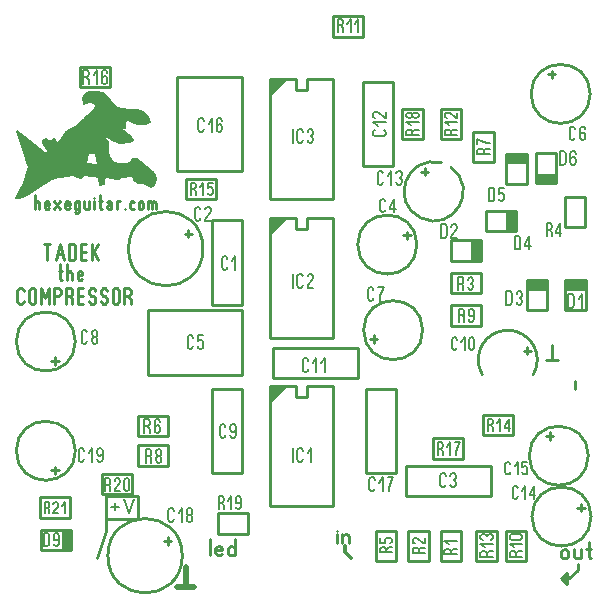
<source format=gto>
%FSLAX34Y34*%
%MOMM*%
%LNSILK_TOP*%
G71*
G01*
%ADD10C, 0.260*%
%ADD11C, 0.191*%
%ADD12C, 0.206*%
%ADD13C, 0.175*%
%ADD14C, 0.200*%
%ADD15C, 0.238*%
%ADD16C, 0.500*%
%ADD17C, 0.222*%
%ADD18C, 0.300*%
%LPD*%
G54D10*
X277612Y177700D02*
X255300Y177700D01*
X255300Y168200D01*
X245900Y168200D01*
X245900Y177700D01*
X223588Y177700D01*
X223588Y76100D01*
X277612Y76100D01*
X277612Y177700D01*
G36*
X223675Y177938D02*
X236275Y177938D01*
X223675Y165138D01*
X223675Y177938D01*
G37*
G54D10*
X223675Y177938D02*
X236275Y177938D01*
X223675Y165138D01*
X223675Y177938D01*
G54D10*
X174938Y104000D02*
X200338Y104000D01*
X200338Y175600D01*
X174938Y175600D01*
X174938Y104000D01*
G54D10*
X277612Y320200D02*
X255300Y320200D01*
X255300Y310700D01*
X245900Y310700D01*
X245900Y320200D01*
X223588Y320200D01*
X223588Y218600D01*
X277612Y218600D01*
X277612Y320200D01*
G36*
X223675Y320438D02*
X236275Y320438D01*
X223675Y307638D01*
X223675Y320438D01*
G37*
G54D10*
X223675Y320438D02*
X236275Y320438D01*
X223675Y307638D01*
X223675Y320438D01*
G54D10*
X277612Y437700D02*
X255300Y437700D01*
X255300Y428200D01*
X245900Y428200D01*
X245900Y437700D01*
X223588Y437700D01*
X223588Y336100D01*
X277612Y336100D01*
X277612Y437700D01*
G36*
X223675Y437938D02*
X236275Y437938D01*
X223675Y425138D01*
X223675Y437938D01*
G37*
G54D10*
X223675Y437938D02*
X236275Y437938D01*
X223675Y425138D01*
X223675Y437938D01*
G54D10*
X55600Y56200D02*
X55600Y38800D01*
X30200Y38800D01*
X30200Y56200D01*
X55600Y56200D01*
G36*
X55500Y56100D02*
X55500Y39400D01*
X48300Y39400D01*
X48300Y56100D01*
X55500Y56100D01*
G37*
G54D10*
X55500Y56100D02*
X55500Y39400D01*
X48300Y39400D01*
X48300Y56100D01*
X55500Y56100D01*
G54D11*
X32724Y42533D02*
X32724Y53199D01*
X35390Y53199D01*
X36457Y52533D01*
X36990Y51199D01*
X36990Y44533D01*
X36457Y43199D01*
X35390Y42533D01*
X32724Y42533D01*
G54D11*
X40724Y44533D02*
X41257Y43199D01*
X42324Y42533D01*
X43390Y42533D01*
X44457Y43199D01*
X44990Y44533D01*
X44990Y47866D01*
X44990Y48533D01*
X43390Y47199D01*
X42324Y47199D01*
X41257Y47866D01*
X40724Y49199D01*
X40724Y51199D01*
X41257Y52533D01*
X42324Y53199D01*
X43390Y53199D01*
X44457Y52533D01*
X44990Y51199D01*
X44990Y47866D01*
G54D10*
X205142Y70218D02*
X205142Y52818D01*
X179742Y52818D01*
X179742Y70218D01*
X205142Y70218D01*
G54D11*
X182712Y79196D02*
X184312Y77863D01*
X184846Y76530D01*
X184846Y73863D01*
G54D11*
X180579Y73863D02*
X180579Y84530D01*
X183246Y84530D01*
X184312Y83863D01*
X184846Y82530D01*
X184846Y81196D01*
X184312Y79863D01*
X183246Y79196D01*
X180579Y79196D01*
G54D11*
X188579Y80530D02*
X191246Y84530D01*
X191246Y73863D01*
G54D11*
X194979Y75863D02*
X195512Y74530D01*
X196579Y73863D01*
X197646Y73863D01*
X198712Y74530D01*
X199246Y75863D01*
X199246Y79196D01*
X199246Y79863D01*
X197646Y78530D01*
X196579Y78530D01*
X195512Y79196D01*
X194979Y80530D01*
X194979Y82530D01*
X195512Y83863D01*
X196579Y84530D01*
X197646Y84530D01*
X198712Y83863D01*
X199246Y82530D01*
X199246Y79196D01*
G54D10*
X137642Y152718D02*
X137642Y135318D01*
X112242Y135318D01*
X112242Y152718D01*
X137642Y152718D01*
G54D12*
X119962Y143793D02*
X121695Y142348D01*
X122273Y140904D01*
X122273Y138015D01*
G54D12*
X117651Y138015D02*
X117651Y149571D01*
X120540Y149571D01*
X121695Y148848D01*
X122273Y147404D01*
X122273Y145959D01*
X121695Y144515D01*
X120540Y143793D01*
X117651Y143793D01*
G54D12*
X130939Y147404D02*
X130361Y148848D01*
X129206Y149571D01*
X128050Y149571D01*
X126894Y148848D01*
X126317Y147404D01*
X126317Y143793D01*
X126317Y143071D01*
X128050Y144515D01*
X129206Y144515D01*
X130361Y143793D01*
X130939Y142348D01*
X130939Y140182D01*
X130361Y138737D01*
X129206Y138015D01*
X128050Y138015D01*
X126894Y138737D01*
X126317Y140182D01*
X126317Y143793D01*
G54D10*
X137642Y127718D02*
X137642Y110318D01*
X112242Y110318D01*
X112242Y127718D01*
X137642Y127718D01*
G54D12*
X121071Y118913D02*
X122805Y117469D01*
X123382Y116024D01*
X123382Y113135D01*
G54D12*
X118760Y113135D02*
X118760Y124691D01*
X121649Y124691D01*
X122805Y123969D01*
X123382Y122524D01*
X123382Y121080D01*
X122805Y119635D01*
X121649Y118913D01*
X118760Y118913D01*
G54D12*
X130315Y118913D02*
X129160Y118913D01*
X128004Y119635D01*
X127426Y121080D01*
X127426Y122524D01*
X128004Y123969D01*
X129160Y124691D01*
X130315Y124691D01*
X131471Y123969D01*
X132048Y122524D01*
X132048Y121080D01*
X131471Y119635D01*
X130315Y118913D01*
X131471Y118191D01*
X132048Y116746D01*
X132048Y115302D01*
X131471Y113858D01*
X130315Y113135D01*
X129160Y113135D01*
X128004Y113858D01*
X127426Y115302D01*
X127426Y116746D01*
X128004Y118191D01*
X129160Y118913D01*
G54D10*
X226838Y210000D02*
X226838Y184600D01*
X298438Y184600D01*
X298438Y210000D01*
X226838Y210000D01*
G54D10*
X339338Y110000D02*
X339338Y84600D01*
X410938Y84600D01*
X410938Y110000D01*
X339338Y110000D01*
G54D10*
G75*
G01X149651Y34188D02*
G03X149651Y34188I-31500J0D01*
G01*
G54D10*
X134051Y46888D02*
X140350Y46888D01*
G54D10*
X137250Y43688D02*
X137250Y50088D01*
G54D10*
X304938Y104000D02*
X330338Y104000D01*
X330338Y175600D01*
X304938Y175600D01*
X304938Y104000D01*
G54D10*
X54800Y83700D02*
X54800Y66300D01*
X29400Y66300D01*
X29400Y83700D01*
X54800Y83700D01*
G54D13*
X35229Y74904D02*
X36696Y73682D01*
X37185Y72460D01*
X37185Y70015D01*
G54D13*
X33274Y70015D02*
X33274Y79793D01*
X35718Y79793D01*
X36696Y79182D01*
X37185Y77960D01*
X37185Y76737D01*
X36696Y75515D01*
X35718Y74904D01*
X33274Y74904D01*
G54D13*
X44518Y70015D02*
X40607Y70015D01*
X40607Y70626D01*
X41096Y71848D01*
X44029Y75515D01*
X44518Y76737D01*
X44518Y77960D01*
X44029Y79182D01*
X43051Y79793D01*
X42074Y79793D01*
X41096Y79182D01*
X40607Y77960D01*
G54D13*
X47940Y76126D02*
X50384Y79793D01*
X50384Y70015D01*
G54D10*
X107300Y103700D02*
X107300Y86300D01*
X81900Y86300D01*
X81900Y103700D01*
X107300Y103700D01*
G54D11*
X86532Y94443D02*
X88132Y93110D01*
X88665Y91776D01*
X88665Y89110D01*
G54D11*
X84399Y89110D02*
X84399Y99776D01*
X87065Y99776D01*
X88132Y99110D01*
X88665Y97776D01*
X88665Y96443D01*
X88132Y95110D01*
X87065Y94443D01*
X84399Y94443D01*
G54D11*
X96665Y89110D02*
X92399Y89110D01*
X92399Y89776D01*
X92932Y91110D01*
X96132Y95110D01*
X96665Y96443D01*
X96665Y97776D01*
X96132Y99110D01*
X95065Y99776D01*
X93999Y99776D01*
X92932Y99110D01*
X92399Y97776D01*
G54D11*
X104665Y97776D02*
X104665Y91110D01*
X104132Y89776D01*
X103065Y89110D01*
X101999Y89110D01*
X100932Y89776D01*
X100399Y91110D01*
X100399Y97776D01*
X100932Y99110D01*
X101999Y99776D01*
X103065Y99776D01*
X104132Y99110D01*
X104665Y97776D01*
G54D10*
X358370Y29880D02*
X340970Y29880D01*
X340970Y55280D01*
X358370Y55280D01*
X358370Y29880D01*
G54D11*
X349928Y38862D02*
X351262Y40462D01*
X352595Y40996D01*
X355262Y40996D01*
G54D11*
X355262Y36729D02*
X344595Y36729D01*
X344595Y39396D01*
X345262Y40462D01*
X346595Y40996D01*
X347928Y40996D01*
X349262Y40462D01*
X349928Y39396D01*
X349928Y36729D01*
G54D11*
X355262Y48996D02*
X355262Y44729D01*
X354595Y44729D01*
X353262Y45262D01*
X349262Y48462D01*
X347928Y48996D01*
X346595Y48996D01*
X345262Y48462D01*
X344595Y47396D01*
X344595Y46329D01*
X345262Y45262D01*
X346595Y44729D01*
G54D10*
X330870Y29880D02*
X313470Y29880D01*
X313470Y55280D01*
X330870Y55280D01*
X330870Y29880D01*
G54D11*
X322262Y39118D02*
X323595Y40718D01*
X324928Y41252D01*
X327595Y41252D01*
G54D11*
X327595Y36985D02*
X316929Y36985D01*
X316929Y39652D01*
X317595Y40718D01*
X318929Y41252D01*
X320262Y41252D01*
X321595Y40718D01*
X322262Y39652D01*
X322262Y36985D01*
G54D11*
X316929Y49252D02*
X316929Y44985D01*
X321595Y44985D01*
X321595Y45518D01*
X320929Y46585D01*
X320929Y47652D01*
X321595Y48718D01*
X322929Y49252D01*
X325595Y49252D01*
X326928Y48718D01*
X327595Y47652D01*
X327595Y46585D01*
X326928Y45518D01*
X325595Y44985D01*
G54D10*
X385870Y29880D02*
X368470Y29880D01*
X368470Y55280D01*
X385870Y55280D01*
X385870Y29880D01*
G54D12*
X376845Y37712D02*
X378290Y39446D01*
X379734Y40024D01*
X382623Y40024D01*
G54D12*
X382623Y35401D02*
X371067Y35401D01*
X371067Y38290D01*
X371790Y39446D01*
X373234Y40024D01*
X374678Y40024D01*
X376123Y39446D01*
X376845Y38290D01*
X376845Y35401D01*
G54D12*
X375401Y44067D02*
X371067Y46956D01*
X382623Y46956D01*
G54D10*
X387300Y133700D02*
X387300Y116300D01*
X361900Y116300D01*
X361900Y133700D01*
X387300Y133700D01*
G54D11*
X367985Y124968D02*
X369585Y123635D01*
X370119Y122301D01*
X370119Y119635D01*
G54D11*
X365852Y119635D02*
X365852Y130301D01*
X368519Y130301D01*
X369585Y129635D01*
X370119Y128301D01*
X370119Y126968D01*
X369585Y125635D01*
X368519Y124968D01*
X365852Y124968D01*
G54D11*
X373852Y126301D02*
X376519Y130301D01*
X376519Y119635D01*
G54D11*
X380252Y130301D02*
X384519Y130301D01*
X383985Y128968D01*
X382919Y126968D01*
X381852Y124301D01*
X381319Y122301D01*
X381319Y119635D01*
G54D10*
X415870Y29880D02*
X398470Y29880D01*
X398470Y55280D01*
X415870Y55280D01*
X415870Y29880D01*
G54D11*
X407428Y35670D02*
X408762Y37270D01*
X410095Y37803D01*
X412762Y37803D01*
G54D11*
X412762Y33536D02*
X402095Y33536D01*
X402095Y36203D01*
X402762Y37270D01*
X404095Y37803D01*
X405428Y37803D01*
X406762Y37270D01*
X407428Y36203D01*
X407428Y33536D01*
G54D11*
X406095Y41536D02*
X402095Y44203D01*
X412762Y44203D01*
G54D11*
X404095Y47936D02*
X402762Y48470D01*
X402095Y49536D01*
X402095Y50603D01*
X402762Y51670D01*
X404095Y52203D01*
X405428Y52203D01*
X406762Y51670D01*
X407428Y50603D01*
X408095Y51670D01*
X409428Y52203D01*
X410762Y52203D01*
X412095Y51670D01*
X412762Y50603D01*
X412762Y49536D01*
X412095Y48470D01*
X410762Y47936D01*
G54D10*
X440870Y29880D02*
X423470Y29880D01*
X423470Y55280D01*
X440870Y55280D01*
X440870Y29880D01*
G54D11*
X432136Y35669D02*
X433470Y37269D01*
X434803Y37802D01*
X437470Y37802D01*
G54D11*
X437470Y33535D02*
X426803Y33535D01*
X426803Y36202D01*
X427470Y37269D01*
X428803Y37802D01*
X430136Y37802D01*
X431470Y37269D01*
X432136Y36202D01*
X432136Y33535D01*
G54D11*
X430803Y41535D02*
X426803Y44202D01*
X437470Y44202D01*
G54D11*
X428803Y52202D02*
X435470Y52202D01*
X436803Y51669D01*
X437470Y50602D01*
X437470Y49535D01*
X436803Y48469D01*
X435470Y47935D01*
X428803Y47935D01*
X427470Y48469D01*
X426803Y49535D01*
X426803Y50602D01*
X427470Y51669D01*
X428803Y52202D01*
G54D10*
G75*
G01X167151Y294188D02*
G03X167151Y294188I-31500J0D01*
G01*
G54D10*
X151551Y306888D02*
X157850Y306888D01*
G54D10*
X154750Y303688D02*
X154750Y310088D01*
G54D10*
X200338Y318101D02*
X174938Y318101D01*
X174938Y246501D01*
X200338Y246501D01*
X200338Y318101D01*
G54D10*
X200400Y242138D02*
X200400Y187138D01*
X120400Y187138D01*
X120400Y242138D01*
X200400Y242138D01*
G54D10*
X473800Y267300D02*
X491200Y267300D01*
X491200Y241900D01*
X473800Y241900D01*
X473800Y267300D01*
G36*
X473900Y267200D02*
X490600Y267200D01*
X490600Y260000D01*
X473900Y260000D01*
X473900Y267200D01*
G37*
G54D10*
X473900Y267200D02*
X490600Y267200D01*
X490600Y260000D01*
X473900Y260000D01*
X473900Y267200D01*
G54D12*
X476500Y244000D02*
X476500Y255556D01*
X479389Y255556D01*
X480544Y254833D01*
X481122Y253389D01*
X481122Y246167D01*
X480544Y244722D01*
X479389Y244000D01*
X476500Y244000D01*
G54D12*
X485166Y251222D02*
X488055Y255556D01*
X488055Y244000D01*
G54D10*
G75*
G01X493395Y118842D02*
G03X493395Y118842I-25000J0D01*
G01*
G54D10*
X460695Y132242D02*
X460695Y138542D01*
G54D10*
X463895Y135442D02*
X457495Y135442D01*
G54D10*
G75*
G01X495726Y67337D02*
G03X495726Y67337I-25000J0D01*
G01*
G54D10*
X484126Y75037D02*
X490426Y75037D01*
G54D10*
X487326Y71837D02*
X487326Y78237D01*
G54D10*
G75*
G01X59112Y215574D02*
G03X59112Y215574I-25000J0D01*
G01*
G54D10*
X41812Y202174D02*
X41812Y195874D01*
G54D10*
X38612Y198974D02*
X45012Y198974D01*
G54D10*
G75*
G01X59112Y123074D02*
G03X59112Y123074I-25000J0D01*
G01*
G54D10*
X41812Y109674D02*
X41812Y103374D01*
G54D10*
X38612Y106474D02*
X45012Y106474D01*
G54D10*
G75*
G01X353170Y225186D02*
G03X353170Y225186I-25000J0D01*
G01*
G54D10*
X314770Y217487D02*
X308470Y217487D01*
G54D10*
X311570Y220686D02*
X311570Y214287D01*
G54D10*
X327838Y435601D02*
X302438Y435601D01*
X302438Y364001D01*
X327838Y364001D01*
X327838Y435601D01*
G54D10*
G75*
G01X348225Y297664D02*
G03X348225Y297664I-25000J0D01*
G01*
G54D10*
X336626Y305364D02*
X342926Y305364D01*
G54D10*
X339826Y302164D02*
X339826Y308564D01*
G54D10*
X395980Y392631D02*
X413380Y392631D01*
X413380Y367231D01*
X395980Y367231D01*
X395980Y392631D01*
G54D11*
X404690Y376766D02*
X406024Y378366D01*
X407357Y378899D01*
X410024Y378899D01*
G54D11*
X410024Y374632D02*
X399357Y374632D01*
X399357Y377299D01*
X400024Y378366D01*
X401357Y378899D01*
X402690Y378899D01*
X404024Y378366D01*
X404690Y377299D01*
X404690Y374632D01*
G54D11*
X399357Y382632D02*
X399357Y386899D01*
X400690Y386366D01*
X402690Y385299D01*
X405357Y384232D01*
X407357Y383699D01*
X410024Y383699D01*
G54D10*
X458700Y267300D02*
X441300Y267300D01*
X441300Y241900D01*
X458700Y241900D01*
X458700Y267300D01*
G36*
X458600Y267200D02*
X441900Y267200D01*
X441900Y260000D01*
X458600Y260000D01*
X458600Y267200D01*
G37*
G54D10*
X458600Y267200D02*
X441900Y267200D01*
X441900Y260000D01*
X458600Y260000D01*
X458600Y267200D01*
G54D12*
X424000Y246500D02*
X424000Y258056D01*
X426889Y258056D01*
X428044Y257333D01*
X428622Y255889D01*
X428622Y248667D01*
X428044Y247222D01*
X426889Y246500D01*
X424000Y246500D01*
G54D12*
X432666Y255889D02*
X433244Y257333D01*
X434399Y258056D01*
X435555Y258056D01*
X436710Y257333D01*
X437288Y255889D01*
X437288Y254444D01*
X436710Y253000D01*
X435555Y252278D01*
X436710Y251556D01*
X437288Y250111D01*
X437288Y248667D01*
X436710Y247222D01*
X435555Y246500D01*
X434399Y246500D01*
X433244Y247222D01*
X432666Y248667D01*
G54D10*
X441200Y374625D02*
X423800Y374625D01*
X423800Y349225D01*
X441200Y349225D01*
X441200Y374625D01*
G36*
X441100Y374525D02*
X424400Y374525D01*
X424400Y367325D01*
X441100Y367325D01*
X441100Y374525D01*
G37*
G54D10*
X441100Y374525D02*
X424400Y374525D01*
X424400Y367325D01*
X441100Y367325D01*
X441100Y374525D01*
G54D11*
X409650Y334625D02*
X409650Y345292D01*
X412317Y345292D01*
X413383Y344625D01*
X413917Y343292D01*
X413917Y336625D01*
X413383Y335292D01*
X412317Y334625D01*
X409650Y334625D01*
G54D11*
X421917Y345292D02*
X417650Y345292D01*
X417650Y340625D01*
X418183Y340625D01*
X419250Y341292D01*
X420317Y341292D01*
X421383Y340625D01*
X421917Y339292D01*
X421917Y336625D01*
X421383Y335292D01*
X420317Y334625D01*
X419250Y334625D01*
X418183Y335292D01*
X417650Y336625D01*
G54D10*
X448800Y349575D02*
X466200Y349575D01*
X466200Y374975D01*
X448800Y374975D01*
X448800Y349575D01*
G36*
X448900Y349675D02*
X465600Y349675D01*
X465600Y356875D01*
X448900Y356875D01*
X448900Y349675D01*
G37*
G54D10*
X448900Y349675D02*
X465600Y349675D01*
X465600Y356875D01*
X448900Y356875D01*
X448900Y349675D01*
G54D12*
X469500Y365000D02*
X469500Y376556D01*
X472389Y376556D01*
X473544Y375833D01*
X474122Y374389D01*
X474122Y367167D01*
X473544Y365722D01*
X472389Y365000D01*
X469500Y365000D01*
G54D12*
X482788Y374389D02*
X482210Y375833D01*
X481055Y376556D01*
X479899Y376556D01*
X478744Y375833D01*
X478166Y374389D01*
X478166Y370778D01*
X478166Y370056D01*
X479899Y371500D01*
X481055Y371500D01*
X482210Y370778D01*
X482788Y369333D01*
X482788Y367167D01*
X482210Y365722D01*
X481055Y365000D01*
X479899Y365000D01*
X478744Y365722D01*
X478166Y367167D01*
X478166Y370778D01*
G54D10*
X335980Y412631D02*
X353380Y412631D01*
X353380Y387231D01*
X335980Y387231D01*
X335980Y412631D01*
G54D11*
X344564Y392798D02*
X345897Y394398D01*
X347230Y394931D01*
X349897Y394931D01*
G54D11*
X349897Y390664D02*
X339230Y390664D01*
X339230Y393331D01*
X339897Y394398D01*
X341230Y394931D01*
X342564Y394931D01*
X343897Y394398D01*
X344564Y393331D01*
X344564Y390664D01*
G54D11*
X343230Y398664D02*
X339230Y401331D01*
X349897Y401331D01*
G54D11*
X344564Y407731D02*
X344564Y406664D01*
X343897Y405598D01*
X342564Y405064D01*
X341230Y405064D01*
X339897Y405598D01*
X339230Y406664D01*
X339230Y407731D01*
X339897Y408798D01*
X341230Y409331D01*
X342564Y409331D01*
X343897Y408798D01*
X344564Y407731D01*
X345230Y408798D01*
X346564Y409331D01*
X347897Y409331D01*
X349230Y408798D01*
X349897Y407731D01*
X349897Y406664D01*
X349230Y405598D01*
X347897Y405064D01*
X346564Y405064D01*
X345230Y405598D01*
X344564Y406664D01*
G54D10*
X302300Y491200D02*
X302300Y473800D01*
X276900Y473800D01*
X276900Y491200D01*
X302300Y491200D01*
G54D11*
X283633Y483283D02*
X285233Y481950D01*
X285767Y480617D01*
X285767Y477950D01*
G54D11*
X281500Y477950D02*
X281500Y488617D01*
X284167Y488617D01*
X285233Y487950D01*
X285767Y486617D01*
X285767Y485283D01*
X285233Y483950D01*
X284167Y483283D01*
X281500Y483283D01*
G54D11*
X289500Y484617D02*
X292167Y488617D01*
X292167Y477950D01*
G54D11*
X295900Y484617D02*
X298567Y488617D01*
X298567Y477950D01*
G54D10*
G75*
G01X368954Y366886D02*
G03X377178Y362964I-6471J-24148D01*
G01*
G54D10*
X354783Y356139D02*
X354783Y362439D01*
G54D10*
X357983Y359339D02*
X351583Y359339D01*
G54D10*
X402300Y273700D02*
X402300Y256300D01*
X376900Y256300D01*
X376900Y273700D01*
X402300Y273700D01*
G54D11*
X385609Y264675D02*
X387209Y263342D01*
X387742Y262009D01*
X387742Y259342D01*
G54D11*
X383475Y259342D02*
X383475Y270009D01*
X386142Y270009D01*
X387209Y269342D01*
X387742Y268009D01*
X387742Y266675D01*
X387209Y265342D01*
X386142Y264675D01*
X383475Y264675D01*
G54D11*
X391475Y268009D02*
X392009Y269342D01*
X393075Y270009D01*
X394142Y270009D01*
X395209Y269342D01*
X395742Y268009D01*
X395742Y266675D01*
X395209Y265342D01*
X394142Y264675D01*
X395209Y264009D01*
X395742Y262675D01*
X395742Y261342D01*
X395209Y260009D01*
X394142Y259342D01*
X393075Y259342D01*
X392009Y260009D01*
X391475Y261342D01*
G54D10*
X402300Y246200D02*
X402300Y228800D01*
X376900Y228800D01*
X376900Y246200D01*
X402300Y246200D01*
G54D11*
X386192Y237759D02*
X387792Y236426D01*
X388326Y235092D01*
X388326Y232426D01*
G54D11*
X384059Y232426D02*
X384059Y243092D01*
X386726Y243092D01*
X387792Y242426D01*
X388326Y241092D01*
X388326Y239759D01*
X387792Y238426D01*
X386726Y237759D01*
X384059Y237759D01*
G54D11*
X392059Y234426D02*
X392592Y233092D01*
X393659Y232426D01*
X394726Y232426D01*
X395792Y233092D01*
X396326Y234426D01*
X396326Y237759D01*
X396326Y238426D01*
X394726Y237092D01*
X393659Y237092D01*
X392592Y237759D01*
X392059Y239092D01*
X392059Y241092D01*
X392592Y242426D01*
X393659Y243092D01*
X394726Y243092D01*
X395792Y242426D01*
X396326Y241092D01*
X396326Y237759D01*
G54D10*
X402300Y283800D02*
X402300Y301200D01*
X376900Y301200D01*
X376900Y283800D01*
X402300Y283800D01*
G36*
X402200Y283900D02*
X402200Y300600D01*
X395000Y300600D01*
X395000Y283900D01*
X402200Y283900D01*
G37*
G54D10*
X402200Y283900D02*
X402200Y300600D01*
X395000Y300600D01*
X395000Y283900D01*
X402200Y283900D01*
G54D12*
X368875Y303500D02*
X368875Y315056D01*
X371764Y315056D01*
X372919Y314333D01*
X373497Y312889D01*
X373497Y305667D01*
X372919Y304222D01*
X371764Y303500D01*
X368875Y303500D01*
G54D12*
X382163Y303500D02*
X377541Y303500D01*
X377541Y304222D01*
X378119Y305667D01*
X381585Y310000D01*
X382163Y311444D01*
X382163Y312889D01*
X381585Y314333D01*
X380430Y315056D01*
X379274Y315056D01*
X378119Y314333D01*
X377541Y312889D01*
G54D10*
X432300Y308800D02*
X432300Y326200D01*
X406900Y326200D01*
X406900Y308800D01*
X432300Y308800D01*
G36*
X432200Y308900D02*
X432200Y325600D01*
X425000Y325600D01*
X425000Y308900D01*
X432200Y308900D01*
G37*
G54D10*
X432200Y308900D02*
X432200Y325600D01*
X425000Y325600D01*
X425000Y308900D01*
X432200Y308900D01*
G54D12*
X431375Y293500D02*
X431375Y305056D01*
X434264Y305056D01*
X435419Y304333D01*
X435997Y302889D01*
X435997Y295667D01*
X435419Y294222D01*
X434264Y293500D01*
X431375Y293500D01*
G54D12*
X443508Y293500D02*
X443508Y305056D01*
X440041Y297833D01*
X440041Y296389D01*
X444663Y296389D01*
G54D10*
X490870Y312379D02*
X473470Y312380D01*
X473470Y337780D01*
X490870Y337780D01*
X490870Y312379D01*
G54D11*
X460201Y310236D02*
X461801Y308902D01*
X462334Y307569D01*
X462334Y304902D01*
G54D11*
X458067Y304902D02*
X458067Y315569D01*
X460734Y315569D01*
X461801Y314902D01*
X462334Y313569D01*
X462334Y312236D01*
X461801Y310902D01*
X460734Y310236D01*
X458067Y310236D01*
G54D11*
X469267Y304902D02*
X469267Y315569D01*
X466067Y308902D01*
X466067Y307569D01*
X470334Y307569D01*
G54D10*
G75*
G01X494983Y425238D02*
G03X494983Y425238I-25000J0D01*
G01*
G54D10*
X462283Y438639D02*
X462283Y444939D01*
G54D10*
X465483Y441839D02*
X459083Y441839D01*
G54D10*
X200400Y359637D02*
X145400Y359637D01*
X145400Y439637D01*
X200400Y439637D01*
X200400Y359637D01*
G54D10*
X368480Y412631D02*
X385880Y412631D01*
X385880Y387231D01*
X368480Y387231D01*
X368480Y412631D01*
G54D11*
X377064Y392798D02*
X378397Y394398D01*
X379730Y394931D01*
X382397Y394931D01*
G54D11*
X382397Y390664D02*
X371730Y390664D01*
X371730Y393331D01*
X372397Y394398D01*
X373730Y394931D01*
X375064Y394931D01*
X376397Y394398D01*
X377064Y393331D01*
X377064Y390664D01*
G54D11*
X375730Y398664D02*
X371730Y401331D01*
X382397Y401331D01*
G54D11*
X382397Y409331D02*
X382397Y405064D01*
X381730Y405064D01*
X380397Y405598D01*
X376397Y408798D01*
X375064Y409331D01*
X373730Y409331D01*
X372397Y408798D01*
X371730Y407731D01*
X371730Y406664D01*
X372397Y405598D01*
X373730Y405064D01*
G54D10*
X178500Y353338D02*
X178500Y335938D01*
X153100Y335938D01*
X153100Y353338D01*
X178500Y353338D01*
G54D11*
X159044Y344817D02*
X160644Y343484D01*
X161177Y342150D01*
X161177Y339484D01*
G54D11*
X156910Y339484D02*
X156910Y350150D01*
X159577Y350150D01*
X160644Y349484D01*
X161177Y348150D01*
X161177Y346817D01*
X160644Y345484D01*
X159577Y344817D01*
X156910Y344817D01*
G54D11*
X164910Y346150D02*
X167577Y350150D01*
X167577Y339484D01*
G54D11*
X175577Y350150D02*
X171310Y350150D01*
X171310Y345484D01*
X171844Y345484D01*
X172910Y346150D01*
X173977Y346150D01*
X175044Y345484D01*
X175577Y344150D01*
X175577Y341484D01*
X175044Y340150D01*
X173977Y339484D01*
X172910Y339484D01*
X171844Y340150D01*
X171310Y341484D01*
G54D10*
X88500Y448338D02*
X88500Y430938D01*
X63100Y430938D01*
X63100Y448338D01*
X88500Y448338D01*
G54D12*
X68182Y439657D02*
X69916Y438213D01*
X70493Y436768D01*
X70493Y433879D01*
G54D12*
X65871Y433879D02*
X65871Y445435D01*
X68760Y445435D01*
X69916Y444713D01*
X70493Y443268D01*
X70493Y441824D01*
X69916Y440379D01*
X68760Y439657D01*
X65871Y439657D01*
G54D12*
X74537Y441101D02*
X77426Y445435D01*
X77426Y433879D01*
G54D12*
X86092Y443268D02*
X85514Y444713D01*
X84359Y445435D01*
X83203Y445435D01*
X82048Y444713D01*
X81470Y443268D01*
X81470Y439657D01*
X81470Y438935D01*
X83203Y440379D01*
X84359Y440379D01*
X85514Y439657D01*
X86092Y438213D01*
X86092Y436046D01*
X85514Y434601D01*
X84359Y433879D01*
X83203Y433879D01*
X82048Y434601D01*
X81470Y436046D01*
X81470Y439657D01*
G36*
X19100Y365093D02*
X9633Y393512D01*
X34539Y374415D01*
X36988Y375829D01*
X31909Y383919D01*
X32073Y386464D01*
X34747Y386782D01*
X34842Y385204D01*
X39577Y385488D01*
X40094Y387420D01*
X42026Y386902D01*
X43052Y383004D01*
X46985Y386091D01*
X51471Y393172D01*
X56982Y396354D01*
X59785Y397156D01*
X66332Y404201D01*
X74586Y411825D01*
X76458Y414947D01*
X76010Y417137D01*
X71180Y418431D01*
X68247Y417146D01*
X66057Y416698D01*
X65419Y422046D01*
X67291Y425167D01*
X70836Y426806D01*
X77019Y426702D01*
X82461Y425761D01*
X87127Y421923D01*
X91404Y416636D01*
X93914Y414410D01*
X97519Y412409D01*
X105151Y411917D01*
X111335Y411813D01*
X116035Y410036D01*
X120572Y405714D01*
X121951Y401204D01*
X118536Y400048D01*
X111740Y399799D01*
X101985Y403965D01*
X100950Y400102D01*
X101010Y396462D01*
X98078Y395177D01*
X101070Y392822D01*
X105382Y389596D01*
X108116Y386276D01*
X105666Y384862D01*
X97163Y384034D01*
X89918Y385976D01*
X87055Y388813D01*
X83769Y388141D01*
X86373Y384337D01*
X86588Y375480D01*
X88451Y370840D01*
X91184Y367519D01*
X78523Y364700D01*
X77532Y370660D01*
X75670Y375300D01*
X69969Y375274D01*
X68804Y370928D01*
X67864Y365486D01*
X19937Y364351D01*
X19100Y365093D01*
G37*
G54D14*
X19100Y365093D02*
X9633Y393512D01*
X34539Y374415D01*
X36988Y375829D01*
X31909Y383919D01*
X32073Y386464D01*
X34747Y386782D01*
X34842Y385204D01*
X39577Y385488D01*
X40094Y387420D01*
X42026Y386902D01*
X43052Y383004D01*
X46985Y386091D01*
X51471Y393172D01*
X56982Y396354D01*
X59785Y397156D01*
X66332Y404201D01*
X74586Y411825D01*
X76458Y414947D01*
X76010Y417137D01*
X71180Y418431D01*
X68247Y417146D01*
X66057Y416698D01*
X65419Y422046D01*
X67291Y425167D01*
X70836Y426806D01*
X77019Y426702D01*
X82461Y425761D01*
X87127Y421923D01*
X91404Y416636D01*
X93914Y414410D01*
X97519Y412409D01*
X105151Y411917D01*
X111335Y411813D01*
X116035Y410036D01*
X120572Y405714D01*
X121951Y401204D01*
X118536Y400048D01*
X111740Y399799D01*
X101985Y403965D01*
X100950Y400102D01*
X101010Y396462D01*
X98078Y395177D01*
X101070Y392822D01*
X105382Y389596D01*
X108116Y386276D01*
X105666Y384862D01*
X97163Y384034D01*
X89918Y385976D01*
X87055Y388813D01*
X83769Y388141D01*
X86373Y384337D01*
X86588Y375480D01*
X88451Y370840D01*
X91184Y367519D01*
X78523Y364700D01*
X77532Y370660D01*
X75670Y375300D01*
X69969Y375274D01*
X68804Y370928D01*
X67864Y365486D01*
X19937Y364351D01*
X19100Y365093D01*
G36*
X91184Y367519D02*
X94919Y366001D01*
X102068Y365638D01*
X106450Y366534D01*
X106873Y370045D01*
X110995Y369975D01*
X121775Y361910D01*
X125475Y358331D01*
X127691Y353078D01*
X125914Y348378D01*
X122852Y346610D01*
X116479Y349871D01*
X111873Y350070D01*
X108751Y351942D01*
X107596Y355357D01*
X98126Y354788D01*
X95677Y353374D01*
X88527Y353737D01*
X86983Y355704D01*
X83309Y353582D01*
X83110Y348977D01*
X79695Y347822D01*
X78833Y354264D01*
X76065Y355524D01*
X70976Y355852D01*
X68208Y357111D01*
X64243Y354142D01*
X58479Y355577D01*
X56323Y357190D01*
X53874Y355776D01*
X45370Y354948D01*
X39151Y352991D01*
X28482Y346015D01*
X18555Y339875D01*
X12560Y336822D01*
X8567Y337375D01*
X15572Y349992D01*
X19937Y364351D01*
X67864Y365486D01*
X78523Y364700D01*
X91184Y367519D01*
G37*
G54D14*
X91184Y367519D02*
X94919Y366001D01*
X102068Y365638D01*
X106450Y366534D01*
X106873Y370045D01*
X110995Y369975D01*
X121775Y361910D01*
X125475Y358331D01*
X127691Y353078D01*
X125914Y348378D01*
X122852Y346610D01*
X116479Y349871D01*
X111873Y350070D01*
X108751Y351942D01*
X107596Y355357D01*
X98126Y354788D01*
X95677Y353374D01*
X88527Y353737D01*
X86983Y355704D01*
X83309Y353582D01*
X83110Y348977D01*
X79695Y347822D01*
X78833Y354264D01*
X76065Y355524D01*
X70976Y355852D01*
X68208Y357111D01*
X64243Y354142D01*
X58479Y355577D01*
X56323Y357190D01*
X53874Y355776D01*
X45370Y354948D01*
X39151Y352991D01*
X28482Y346015D01*
X18555Y339875D01*
X12560Y336822D01*
X8567Y337375D01*
X15572Y349992D01*
X19937Y364351D01*
X67864Y365486D01*
X78523Y364700D01*
X91184Y367519D01*
G54D15*
X476388Y34227D02*
X476388Y37560D01*
X475388Y39227D01*
X473388Y39727D01*
X471388Y39227D01*
X470388Y37560D01*
X470388Y34227D01*
X471388Y32560D01*
X473388Y32227D01*
X475388Y32560D01*
X476388Y34227D01*
G54D15*
X487056Y39727D02*
X487056Y32227D01*
G54D15*
X487056Y33894D02*
X486056Y32560D01*
X484056Y32227D01*
X482056Y32560D01*
X481056Y33894D01*
X481056Y39727D01*
G54D15*
X493722Y45560D02*
X493722Y33060D01*
X494722Y32227D01*
X495722Y32560D01*
G54D15*
X491722Y39727D02*
X495722Y39727D01*
G54D15*
X280388Y44727D02*
X280388Y52227D01*
G54D15*
X280388Y54727D02*
X280388Y54727D01*
G54D15*
X285056Y44727D02*
X285056Y52227D01*
G54D15*
X285056Y50560D02*
X286056Y51727D01*
X288056Y52227D01*
X290056Y51727D01*
X291056Y50560D01*
X291056Y44727D01*
G54D15*
X172888Y34727D02*
X172888Y48060D01*
G54D15*
X183556Y35560D02*
X181956Y34727D01*
X179956Y34727D01*
X177956Y35560D01*
X177556Y37227D01*
X177556Y40060D01*
X178556Y41727D01*
X180556Y42227D01*
X182556Y41727D01*
X183556Y40560D01*
X183556Y38894D01*
X177556Y38894D01*
G54D15*
X194222Y34727D02*
X194222Y48060D01*
G54D15*
X194222Y40060D02*
X193222Y41727D01*
X191222Y42227D01*
X189222Y41727D01*
X188222Y40060D01*
X188222Y36727D01*
X189222Y35060D01*
X191222Y34727D01*
X193222Y35060D01*
X194222Y36727D01*
G54D16*
X152500Y25000D02*
X152500Y7500D01*
G54D16*
X145000Y7500D02*
X160000Y7500D01*
G54D12*
X89406Y75672D02*
X96339Y75672D01*
G54D12*
X92872Y78560D02*
X92872Y72783D01*
G54D12*
X100382Y82172D02*
X104716Y70616D01*
X109049Y82172D01*
G54D12*
X142515Y65155D02*
X141937Y63710D01*
X140782Y62988D01*
X139626Y62988D01*
X138471Y63710D01*
X137893Y65155D01*
X137893Y72377D01*
X138471Y73821D01*
X139626Y74544D01*
X140782Y74544D01*
X141937Y73821D01*
X142515Y72377D01*
G54D12*
X146559Y70210D02*
X149448Y74544D01*
X149448Y62988D01*
G54D12*
X156381Y68766D02*
X155225Y68766D01*
X154070Y69488D01*
X153492Y70932D01*
X153492Y72377D01*
X154070Y73821D01*
X155225Y74544D01*
X156381Y74544D01*
X157536Y73821D01*
X158114Y72377D01*
X158114Y70932D01*
X157536Y69488D01*
X156381Y68766D01*
X157536Y68044D01*
X158114Y66599D01*
X158114Y65155D01*
X157536Y63710D01*
X156381Y62988D01*
X155225Y62988D01*
X154070Y63710D01*
X153492Y65155D01*
X153492Y66599D01*
X154070Y68044D01*
X155225Y68766D01*
G54D12*
X66534Y116002D02*
X65956Y114557D01*
X64801Y113835D01*
X63645Y113835D01*
X62490Y114557D01*
X61912Y116002D01*
X61912Y123224D01*
X62490Y124668D01*
X63645Y125391D01*
X64801Y125391D01*
X65956Y124668D01*
X66534Y123224D01*
G54D12*
X70578Y121057D02*
X73467Y125391D01*
X73467Y113835D01*
G54D12*
X77511Y116002D02*
X78089Y114557D01*
X79244Y113835D01*
X80400Y113835D01*
X81555Y114557D01*
X82133Y116002D01*
X82133Y119613D01*
X82133Y120335D01*
X80400Y118891D01*
X79244Y118891D01*
X78089Y119613D01*
X77511Y121057D01*
X77511Y123224D01*
X78089Y124668D01*
X79244Y125391D01*
X80400Y125391D01*
X81555Y124668D01*
X82133Y123224D01*
X82133Y119613D01*
G54D12*
X186098Y136241D02*
X185521Y134796D01*
X184365Y134074D01*
X183209Y134074D01*
X182054Y134796D01*
X181476Y136241D01*
X181476Y143463D01*
X182054Y144908D01*
X183209Y145630D01*
X184365Y145630D01*
X185521Y144908D01*
X186098Y143463D01*
G54D12*
X190142Y136241D02*
X190720Y134796D01*
X191875Y134074D01*
X193031Y134074D01*
X194187Y134796D01*
X194764Y136241D01*
X194764Y139852D01*
X194764Y140574D01*
X193031Y139130D01*
X191875Y139130D01*
X190720Y139852D01*
X190142Y141296D01*
X190142Y143463D01*
X190720Y144908D01*
X191875Y145630D01*
X193031Y145630D01*
X194187Y144908D01*
X194764Y143463D01*
X194764Y139852D01*
G54D12*
X243025Y113738D02*
X243025Y125294D01*
G54D12*
X251691Y115905D02*
X251113Y114460D01*
X249958Y113738D01*
X248802Y113738D01*
X247647Y114460D01*
X247069Y115905D01*
X247069Y123127D01*
X247647Y124571D01*
X248802Y125294D01*
X249958Y125294D01*
X251113Y124571D01*
X251691Y123127D01*
G54D12*
X255735Y120960D02*
X258624Y125294D01*
X258624Y113738D01*
G54D12*
X256324Y192245D02*
X255746Y190800D01*
X254590Y190078D01*
X253435Y190078D01*
X252279Y190800D01*
X251701Y192245D01*
X251701Y199467D01*
X252279Y200911D01*
X253435Y201634D01*
X254590Y201634D01*
X255746Y200911D01*
X256324Y199467D01*
G54D12*
X260367Y197300D02*
X263256Y201634D01*
X263256Y190078D01*
G54D12*
X267300Y197300D02*
X270189Y201634D01*
X270189Y190078D01*
G54D12*
X69034Y216002D02*
X68456Y214557D01*
X67301Y213835D01*
X66145Y213835D01*
X64990Y214557D01*
X64412Y216002D01*
X64412Y223224D01*
X64990Y224668D01*
X66145Y225391D01*
X67301Y225391D01*
X68456Y224668D01*
X69034Y223224D01*
G54D12*
X75967Y219613D02*
X74811Y219613D01*
X73656Y220335D01*
X73078Y221779D01*
X73078Y223224D01*
X73656Y224668D01*
X74811Y225391D01*
X75967Y225391D01*
X77122Y224668D01*
X77700Y223224D01*
X77700Y221779D01*
X77122Y220335D01*
X75967Y219613D01*
X77122Y218891D01*
X77700Y217446D01*
X77700Y216002D01*
X77122Y214557D01*
X75967Y213835D01*
X74811Y213835D01*
X73656Y214557D01*
X73078Y216002D01*
X73078Y217446D01*
X73656Y218891D01*
X74811Y219613D01*
G54D12*
X158722Y211605D02*
X158144Y210160D01*
X156989Y209438D01*
X155833Y209438D01*
X154678Y210160D01*
X154100Y211605D01*
X154100Y218827D01*
X154678Y220271D01*
X155833Y220994D01*
X156989Y220994D01*
X158144Y220271D01*
X158722Y218827D01*
G54D12*
X167388Y220994D02*
X162766Y220994D01*
X162766Y215938D01*
X163344Y215938D01*
X164499Y216660D01*
X165655Y216660D01*
X166810Y215938D01*
X167388Y214494D01*
X167388Y211605D01*
X166810Y210160D01*
X165655Y209438D01*
X164499Y209438D01*
X163344Y210160D01*
X162766Y211605D01*
G54D12*
X187760Y278568D02*
X187182Y277123D01*
X186027Y276401D01*
X184871Y276401D01*
X183716Y277123D01*
X183138Y278568D01*
X183138Y285790D01*
X183716Y287234D01*
X184871Y287957D01*
X186027Y287957D01*
X187182Y287234D01*
X187760Y285790D01*
G54D12*
X191804Y283623D02*
X194693Y287957D01*
X194693Y276401D01*
G54D12*
X165015Y320155D02*
X164437Y318710D01*
X163282Y317988D01*
X162126Y317988D01*
X160971Y318710D01*
X160393Y320155D01*
X160393Y327377D01*
X160971Y328821D01*
X162126Y329544D01*
X163282Y329544D01*
X164437Y328821D01*
X165015Y327377D01*
G54D12*
X173681Y317988D02*
X169059Y317988D01*
X169059Y318710D01*
X169637Y320155D01*
X173103Y324488D01*
X173681Y325932D01*
X173681Y327377D01*
X173103Y328821D01*
X171948Y329544D01*
X170792Y329544D01*
X169637Y328821D01*
X169059Y327377D01*
G54D12*
X243025Y261238D02*
X243025Y272794D01*
G54D12*
X251691Y263405D02*
X251113Y261960D01*
X249958Y261238D01*
X248802Y261238D01*
X247647Y261960D01*
X247069Y263405D01*
X247069Y270627D01*
X247647Y272071D01*
X248802Y272794D01*
X249958Y272794D01*
X251113Y272071D01*
X251691Y270627D01*
G54D12*
X260357Y261238D02*
X255735Y261238D01*
X255735Y261960D01*
X256313Y263405D01*
X259779Y267738D01*
X260357Y269182D01*
X260357Y270627D01*
X259779Y272071D01*
X258624Y272794D01*
X257468Y272794D01*
X256313Y272071D01*
X255735Y270627D01*
G54D12*
X321586Y327131D02*
X321008Y325686D01*
X319853Y324964D01*
X318697Y324964D01*
X317542Y325686D01*
X316964Y327131D01*
X316964Y334353D01*
X317542Y335797D01*
X318697Y336520D01*
X319853Y336520D01*
X321008Y335797D01*
X321586Y334353D01*
G54D12*
X329097Y324964D02*
X329097Y336520D01*
X325630Y329297D01*
X325630Y327853D01*
X330252Y327853D01*
G54D12*
X311531Y252000D02*
X310953Y250555D01*
X309798Y249833D01*
X308642Y249833D01*
X307487Y250555D01*
X306909Y252000D01*
X306909Y259222D01*
X307487Y260666D01*
X308642Y261389D01*
X309798Y261389D01*
X310953Y260666D01*
X311531Y259222D01*
G54D12*
X315575Y261389D02*
X320197Y261389D01*
X319619Y259944D01*
X318464Y257777D01*
X317308Y254889D01*
X316731Y252722D01*
X316731Y249833D01*
G54D12*
X312501Y91111D02*
X311923Y89667D01*
X310767Y88945D01*
X309612Y88945D01*
X308456Y89667D01*
X307879Y91111D01*
X307879Y98333D01*
X308456Y99778D01*
X309612Y100500D01*
X310767Y100500D01*
X311923Y99778D01*
X312501Y98333D01*
G54D12*
X316545Y96167D02*
X319433Y100500D01*
X319433Y88945D01*
G54D12*
X323478Y100500D02*
X328100Y100500D01*
X327522Y99056D01*
X326366Y96889D01*
X325211Y94000D01*
X324633Y91833D01*
X324633Y88945D01*
G54D12*
X372660Y94467D02*
X372082Y93022D01*
X370927Y92300D01*
X369771Y92300D01*
X368616Y93022D01*
X368038Y94467D01*
X368038Y101689D01*
X368616Y103133D01*
X369771Y103856D01*
X370927Y103856D01*
X372082Y103133D01*
X372660Y101689D01*
G54D12*
X376704Y101689D02*
X377282Y103133D01*
X378437Y103856D01*
X379593Y103856D01*
X380748Y103133D01*
X381326Y101689D01*
X381326Y100244D01*
X380748Y98800D01*
X379593Y98078D01*
X380748Y97356D01*
X381326Y95911D01*
X381326Y94467D01*
X380748Y93022D01*
X379593Y92300D01*
X378437Y92300D01*
X377282Y93022D01*
X376704Y94467D01*
G54D11*
X433732Y84637D02*
X433198Y83304D01*
X432132Y82637D01*
X431065Y82637D01*
X429998Y83304D01*
X429465Y84637D01*
X429465Y91304D01*
X429998Y92637D01*
X431065Y93304D01*
X432132Y93304D01*
X433198Y92637D01*
X433732Y91304D01*
G54D11*
X437465Y89304D02*
X440132Y93304D01*
X440132Y82637D01*
G54D11*
X447065Y82637D02*
X447065Y93304D01*
X443865Y86637D01*
X443865Y85304D01*
X448132Y85304D01*
G54D11*
X427308Y105102D02*
X426775Y103769D01*
X425708Y103102D01*
X424641Y103102D01*
X423575Y103769D01*
X423041Y105102D01*
X423041Y111769D01*
X423575Y113102D01*
X424641Y113769D01*
X425708Y113769D01*
X426775Y113102D01*
X427308Y111769D01*
G54D11*
X431041Y109769D02*
X433708Y113769D01*
X433708Y103102D01*
G54D11*
X441708Y113769D02*
X437441Y113769D01*
X437441Y109102D01*
X437975Y109102D01*
X439041Y109769D01*
X440108Y109769D01*
X441175Y109102D01*
X441708Y107769D01*
X441708Y105102D01*
X441175Y103769D01*
X440108Y103102D01*
X439041Y103102D01*
X437975Y103769D01*
X437441Y105102D01*
G54D12*
X243025Y383738D02*
X243025Y395294D01*
G54D12*
X251691Y385905D02*
X251113Y384460D01*
X249958Y383738D01*
X248802Y383738D01*
X247647Y384460D01*
X247069Y385905D01*
X247069Y393127D01*
X247647Y394571D01*
X248802Y395294D01*
X249958Y395294D01*
X251113Y394571D01*
X251691Y393127D01*
G54D12*
X255735Y393127D02*
X256313Y394571D01*
X257468Y395294D01*
X258624Y395294D01*
X259779Y394571D01*
X260357Y393127D01*
X260357Y391682D01*
X259779Y390238D01*
X258624Y389516D01*
X259779Y388794D01*
X260357Y387349D01*
X260357Y385905D01*
X259779Y384460D01*
X258624Y383738D01*
X257468Y383738D01*
X256313Y384460D01*
X255735Y385905D01*
G54D12*
X167822Y395104D02*
X167244Y393659D01*
X166089Y392937D01*
X164933Y392937D01*
X163778Y393659D01*
X163200Y395104D01*
X163200Y402326D01*
X163778Y403770D01*
X164933Y404493D01*
X166089Y404493D01*
X167244Y403770D01*
X167822Y402326D01*
G54D12*
X171866Y400159D02*
X174755Y404493D01*
X174755Y392937D01*
G54D12*
X183421Y402326D02*
X182843Y403770D01*
X181688Y404493D01*
X180532Y404493D01*
X179377Y403770D01*
X178799Y402326D01*
X178799Y398715D01*
X178799Y397993D01*
X180532Y399437D01*
X181688Y399437D01*
X182843Y398715D01*
X183421Y397270D01*
X183421Y395104D01*
X182843Y393659D01*
X181688Y392937D01*
X180532Y392937D01*
X179377Y393659D01*
X178799Y395104D01*
X178799Y398715D01*
G54D15*
X35167Y285000D02*
X35167Y298333D01*
G54D15*
X32500Y298333D02*
X37833Y298333D01*
G54D15*
X42500Y285000D02*
X45833Y298333D01*
X49167Y285000D01*
G54D15*
X43833Y290000D02*
X47833Y290000D01*
G54D15*
X53834Y285000D02*
X53834Y298333D01*
X57167Y298333D01*
X58501Y297500D01*
X59167Y295833D01*
X59167Y287500D01*
X58501Y285833D01*
X57167Y285000D01*
X53834Y285000D01*
G54D15*
X68501Y285000D02*
X63834Y285000D01*
X63834Y298333D01*
X68501Y298333D01*
G54D15*
X63834Y291667D02*
X68501Y291667D01*
G54D15*
X73168Y285000D02*
X73168Y298333D01*
G54D15*
X73168Y289167D02*
X78501Y298333D01*
G54D15*
X75168Y291667D02*
X78501Y285000D01*
G54D15*
X46333Y280833D02*
X46333Y268333D01*
X47000Y267500D01*
X47667Y267833D01*
G54D15*
X45000Y275000D02*
X47667Y275000D01*
G54D15*
X52334Y267500D02*
X52334Y280833D01*
G54D15*
X52334Y272833D02*
X53001Y274500D01*
X54334Y275000D01*
X55667Y274500D01*
X56334Y272833D01*
X56334Y267500D01*
G54D15*
X65001Y268333D02*
X63934Y267500D01*
X62601Y267500D01*
X61268Y268333D01*
X61001Y270000D01*
X61001Y272833D01*
X61668Y274500D01*
X63001Y275000D01*
X64334Y274500D01*
X65001Y273333D01*
X65001Y271667D01*
X61001Y271667D01*
G54D15*
X15333Y250000D02*
X14667Y248333D01*
X13333Y247500D01*
X12000Y247500D01*
X10667Y248333D01*
X10000Y250000D01*
X10000Y258333D01*
X10667Y260000D01*
X12000Y260833D01*
X13333Y260833D01*
X14667Y260000D01*
X15333Y258333D01*
G54D15*
X25333Y258333D02*
X25333Y250000D01*
X24667Y248333D01*
X23333Y247500D01*
X22000Y247500D01*
X20667Y248333D01*
X20000Y250000D01*
X20000Y258333D01*
X20667Y260000D01*
X22000Y260833D01*
X23333Y260833D01*
X24667Y260000D01*
X25333Y258333D01*
G54D15*
X30000Y247500D02*
X30000Y260833D01*
X33333Y252500D01*
X36667Y260833D01*
X36667Y247500D01*
G54D15*
X41334Y247500D02*
X41334Y260833D01*
X44667Y260833D01*
X46001Y260000D01*
X46667Y258333D01*
X46667Y256667D01*
X46001Y255000D01*
X44667Y254167D01*
X41334Y254167D01*
G54D15*
X54001Y254167D02*
X56001Y252500D01*
X56667Y250833D01*
X56667Y247500D01*
G54D15*
X51334Y247500D02*
X51334Y260833D01*
X54667Y260833D01*
X56001Y260000D01*
X56667Y258333D01*
X56667Y256667D01*
X56001Y255000D01*
X54667Y254167D01*
X51334Y254167D01*
G54D15*
X66001Y247500D02*
X61334Y247500D01*
X61334Y260833D01*
X66001Y260833D01*
G54D15*
X61334Y254167D02*
X66001Y254167D01*
G54D15*
X70668Y250000D02*
X71335Y248333D01*
X72668Y247500D01*
X74001Y247500D01*
X75335Y248333D01*
X76001Y250000D01*
X76001Y251667D01*
X75335Y253333D01*
X74001Y254167D01*
X72668Y254167D01*
X71335Y255000D01*
X70668Y256667D01*
X70668Y258333D01*
X71335Y260000D01*
X72668Y260833D01*
X74001Y260833D01*
X75335Y260000D01*
X76001Y258333D01*
G54D15*
X80668Y250000D02*
X81335Y248333D01*
X82668Y247500D01*
X84001Y247500D01*
X85335Y248333D01*
X86001Y250000D01*
X86001Y251667D01*
X85335Y253333D01*
X84001Y254167D01*
X82668Y254167D01*
X81335Y255000D01*
X80668Y256667D01*
X80668Y258333D01*
X81335Y260000D01*
X82668Y260833D01*
X84001Y260833D01*
X85335Y260000D01*
X86001Y258333D01*
G54D15*
X96001Y258333D02*
X96001Y250000D01*
X95335Y248333D01*
X94001Y247500D01*
X92668Y247500D01*
X91335Y248333D01*
X90668Y250000D01*
X90668Y258333D01*
X91335Y260000D01*
X92668Y260833D01*
X94001Y260833D01*
X95335Y260000D01*
X96001Y258333D01*
G54D15*
X103335Y254167D02*
X105335Y252500D01*
X106001Y250833D01*
X106001Y247500D01*
G54D15*
X100668Y247500D02*
X100668Y260833D01*
X104001Y260833D01*
X105335Y260000D01*
X106001Y258333D01*
X106001Y256667D01*
X105335Y255000D01*
X104001Y254167D01*
X100668Y254167D01*
G54D17*
X25000Y327500D02*
X25000Y339944D01*
G54D17*
X25000Y332478D02*
X25622Y334033D01*
X26867Y334500D01*
X28111Y334033D01*
X28733Y332478D01*
X28733Y327500D01*
G54D17*
X36822Y328278D02*
X35827Y327500D01*
X34582Y327500D01*
X33338Y328278D01*
X33089Y329833D01*
X33089Y332478D01*
X33711Y334033D01*
X34956Y334500D01*
X36200Y334033D01*
X36822Y332944D01*
X36822Y331389D01*
X33089Y331389D01*
G54D17*
X41178Y334500D02*
X46156Y327500D01*
G54D17*
X41178Y327500D02*
X46156Y334500D01*
G54D17*
X54245Y328278D02*
X53250Y327500D01*
X52005Y327500D01*
X50761Y328278D01*
X50512Y329833D01*
X50512Y332478D01*
X51134Y334033D01*
X52379Y334500D01*
X53623Y334033D01*
X54245Y332944D01*
X54245Y331389D01*
X50512Y331389D01*
G54D17*
X58601Y325167D02*
X59845Y324389D01*
X60717Y324389D01*
X61961Y325167D01*
X62334Y326722D01*
X62334Y334500D01*
G54D17*
X62334Y332478D02*
X61712Y334033D01*
X60468Y334500D01*
X59223Y334033D01*
X58601Y332478D01*
X58601Y329367D01*
X59223Y327811D01*
X60468Y327500D01*
X61712Y327811D01*
X62334Y329367D01*
G54D17*
X70423Y334500D02*
X70423Y327500D01*
G54D17*
X70423Y329056D02*
X69801Y327811D01*
X68557Y327500D01*
X67312Y327811D01*
X66690Y329056D01*
X66690Y334500D01*
G54D17*
X74779Y327500D02*
X74779Y334500D01*
G54D17*
X74779Y336833D02*
X74779Y336833D01*
G54D17*
X80379Y339944D02*
X80379Y328278D01*
X81002Y327500D01*
X81624Y327811D01*
G54D17*
X79135Y334500D02*
X81624Y334500D01*
G54D17*
X85980Y333722D02*
X87224Y334500D01*
X88718Y334500D01*
X89713Y332944D01*
X89713Y327500D01*
G54D17*
X89713Y329833D02*
X89091Y331389D01*
X87847Y331700D01*
X86602Y331389D01*
X85980Y329833D01*
X86229Y328278D01*
X87224Y327500D01*
X87847Y327500D01*
X88096Y327500D01*
X89091Y328278D01*
X89713Y329833D01*
G54D17*
X94069Y327500D02*
X94069Y334500D01*
G54D17*
X94069Y332944D02*
X95313Y334500D01*
X96558Y334500D01*
G54D17*
X100914Y327500D02*
X100914Y327500D01*
G54D17*
X108381Y334033D02*
X107137Y334500D01*
X105892Y334033D01*
X105270Y332478D01*
X105270Y329367D01*
X105892Y327811D01*
X107137Y327500D01*
X108381Y327811D01*
G54D17*
X116470Y329367D02*
X116470Y332478D01*
X115848Y334033D01*
X114604Y334500D01*
X113359Y334033D01*
X112737Y332478D01*
X112737Y329367D01*
X113359Y327811D01*
X114604Y327500D01*
X115848Y327811D01*
X116470Y329367D01*
G54D17*
X120826Y327500D02*
X120826Y334500D01*
G54D17*
X120826Y333256D02*
X122070Y334500D01*
X123315Y334033D01*
X123937Y332944D01*
X123937Y327500D01*
G54D17*
X123937Y333256D02*
X125182Y334500D01*
X126426Y334033D01*
X127048Y332944D01*
X127048Y327500D01*
G54D10*
X485000Y27500D02*
X485000Y22500D01*
X477500Y15000D01*
X470000Y15000D01*
X475000Y20000D01*
X475000Y10000D01*
X470000Y15000D01*
G54D12*
X482251Y388166D02*
X481673Y386721D01*
X480518Y385999D01*
X479362Y385999D01*
X478207Y386721D01*
X477629Y388166D01*
X477629Y395388D01*
X478207Y396832D01*
X479362Y397555D01*
X480518Y397555D01*
X481673Y396832D01*
X482251Y395388D01*
G54D12*
X490917Y395388D02*
X490339Y396832D01*
X489184Y397555D01*
X488028Y397555D01*
X486873Y396832D01*
X486295Y395388D01*
X486295Y391777D01*
X486295Y391055D01*
X488028Y392499D01*
X489184Y392499D01*
X490339Y391777D01*
X490917Y390332D01*
X490917Y388166D01*
X490339Y386721D01*
X489184Y385999D01*
X488028Y385999D01*
X486873Y386721D01*
X486295Y388166D01*
X486295Y391777D01*
G54D12*
X319751Y350666D02*
X319173Y349221D01*
X318018Y348499D01*
X316862Y348499D01*
X315707Y349221D01*
X315129Y350666D01*
X315129Y357888D01*
X315707Y359332D01*
X316862Y360055D01*
X318018Y360055D01*
X319173Y359332D01*
X319751Y357888D01*
G54D12*
X323795Y355721D02*
X326684Y360055D01*
X326684Y348499D01*
G54D12*
X330728Y357888D02*
X331306Y359332D01*
X332461Y360055D01*
X333617Y360055D01*
X334772Y359332D01*
X335350Y357888D01*
X335350Y356443D01*
X334772Y354999D01*
X333617Y354277D01*
X334772Y353555D01*
X335350Y352110D01*
X335350Y350666D01*
X334772Y349221D01*
X333617Y348499D01*
X332461Y348499D01*
X331306Y349221D01*
X330728Y350666D01*
G54D12*
X320136Y394245D02*
X321581Y393668D01*
X322303Y392512D01*
X322303Y391356D01*
X321581Y390201D01*
X320136Y389623D01*
X312914Y389623D01*
X311470Y390201D01*
X310748Y391356D01*
X310748Y392512D01*
X311470Y393668D01*
X312914Y394245D01*
G54D12*
X315081Y398289D02*
X310748Y401178D01*
X322303Y401178D01*
G54D12*
X322303Y409844D02*
X322303Y405222D01*
X321581Y405222D01*
X320136Y405800D01*
X315803Y409267D01*
X314359Y409844D01*
X312914Y409844D01*
X311470Y409267D01*
X310748Y408111D01*
X310748Y406955D01*
X311470Y405800D01*
X312914Y405222D01*
G54D10*
G75*
G01X446866Y187650D02*
G03X403565Y187650I-21650J12500D01*
G01*
G54D10*
X438616Y207849D02*
X444916Y207850D01*
G54D10*
X441816Y204650D02*
X441816Y211049D01*
G54D11*
X382243Y210337D02*
X381709Y209004D01*
X380643Y208337D01*
X379576Y208337D01*
X378509Y209004D01*
X377976Y210337D01*
X377976Y217004D01*
X378509Y218337D01*
X379576Y219004D01*
X380643Y219004D01*
X381709Y218337D01*
X382243Y217004D01*
G54D11*
X385976Y215004D02*
X388643Y219004D01*
X388643Y208337D01*
G54D11*
X396643Y217004D02*
X396643Y210337D01*
X396109Y209004D01*
X395043Y208337D01*
X393976Y208337D01*
X392909Y209004D01*
X392376Y210337D01*
X392376Y217004D01*
X392909Y218337D01*
X393976Y219004D01*
X395043Y219004D01*
X396109Y218337D01*
X396643Y217004D01*
G54D10*
X429800Y153700D02*
X429800Y136300D01*
X404400Y136300D01*
X404400Y153700D01*
X429800Y153700D01*
G54D11*
X410485Y144968D02*
X412085Y143635D01*
X412619Y142301D01*
X412619Y139635D01*
G54D11*
X408352Y139635D02*
X408352Y150301D01*
X411019Y150301D01*
X412085Y149635D01*
X412619Y148301D01*
X412619Y146968D01*
X412085Y145635D01*
X411019Y144968D01*
X408352Y144968D01*
G54D11*
X416352Y146301D02*
X419019Y150301D01*
X419019Y139635D01*
G54D11*
X425952Y139635D02*
X425952Y150301D01*
X422752Y143635D01*
X422752Y142301D01*
X427019Y142301D01*
G54D10*
X482500Y182500D02*
X482500Y175000D01*
G54D10*
X462500Y212500D02*
X462500Y200000D01*
G54D10*
X457500Y200000D02*
X467500Y200000D01*
G54D10*
X85000Y65000D02*
X85000Y55000D01*
X77500Y32500D01*
G54D10*
X85000Y85000D02*
X112500Y85000D01*
X112500Y65000D01*
X85000Y65000D01*
X85000Y85000D01*
G54D18*
X287500Y42500D02*
X287500Y37500D01*
X292500Y32500D01*
M02*

</source>
